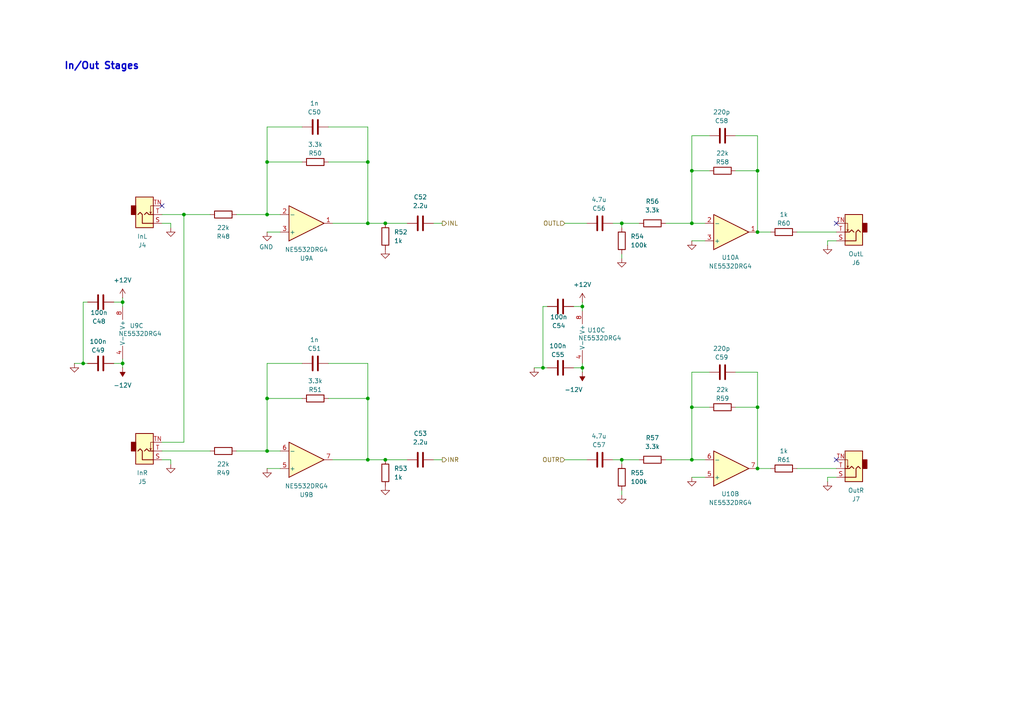
<source format=kicad_sch>
(kicad_sch (version 20250114) (generator "eeschema") (generator_version "9.0")
  (paper "A4")
  (lib_symbols
    (symbol "Amplifier_Operational:NE5532" (pin_names (offset 0.127))
      (property "Reference" "U" (at 0 5.08 0))
      (property "Value" "NE5532" (at 0 -5.08 0))
      (symbol "NE5532_1_1"
        (polyline (pts (xy -5.08 5.08) (xy 5.08 0) (xy -5.08 -5.08) (xy -5.08 5.08)) (stroke (width 0.254)) (fill (type background)))
        (pin input line (at -7.62 2.54 0) (length 2.54) (name "+") (number "3"))
        (pin input line (at -7.62 -2.54 0) (length 2.54) (name "-") (number "2"))
        (pin output line (at 7.62 0 180) (length 2.54) (name "~") (number "1"))
      )
      (symbol "NE5532_2_1"
        (polyline (pts (xy -5.08 5.08) (xy 5.08 0) (xy -5.08 -5.08) (xy -5.08 5.08)) (stroke (width 0.254)) (fill (type background)))
        (pin input line (at -7.62 2.54 0) (length 2.54) (name "+") (number "5"))
        (pin input line (at -7.62 -2.54 0) (length 2.54) (name "-") (number "6"))
        (pin output line (at 7.62 0 180) (length 2.54) (name "~") (number "7"))
      )
      (symbol "NE5532_3_1"
        (pin power_in line (at -2.54 7.62 270) (length 3.81) (name "V+") (number "8"))
        (pin power_in line (at -2.54 -7.62 90) (length 3.81) (name "V-") (number "4"))
      )
    )
    (symbol "Connector_Audio:AudioJack2_SwitchT"
      (property "Reference" "J" (at 0 8.89 0))
      (property "Value" "AudioJack2_SwitchT" (at 0 6.35 0))
      (symbol "AudioJack2_SwitchT_0_1"
        (rectangle (start -2.54 0) (end -3.81 -2.54) (stroke (width 0.254)) (fill (type outline)))
        (polyline (pts (xy 0 0) (xy 0.635 -0.635) (xy 1.27 0) (xy 2.54 0)) (stroke (width 0.254)))
        (polyline (pts (xy 1.778 -0.254) (xy 2.032 -0.762)))
        (rectangle (start 2.54 3.81) (end -2.54 -5.08) (stroke (width 0.254)) (fill (type background)))
        (polyline (pts (xy 2.54 2.54) (xy -0.635 2.54) (xy -0.635 0) (xy -1.27 -0.635) (xy -1.905 0)) (stroke (width 0.254)))
        (polyline (pts (xy 2.54 -2.54) (xy 1.778 -2.54) (xy 1.778 -0.254) (xy 1.524 -0.762)))
      )
      (symbol "AudioJack2_SwitchT_1_1"
        (pin passive line (at 5.08 2.54 180) (length 2.54) (name "~") (number "S"))
        (pin passive line (at 5.08 0 180) (length 2.54) (name "~") (number "T"))
        (pin passive line (at 5.08 -2.54 180) (length 2.54) (name "~") (number "TN"))
      )
    )
    (symbol "Device:C" (pin_numbers (hide yes)) (pin_names (offset 0.254))
      (property "Reference" "C" (at 0.635 2.54 0))
      (property "Value" "C" (at 0.635 -2.54 0))
      (symbol "C_0_1"
        (polyline (pts (xy -2.032 0.762) (xy 2.032 0.762)) (stroke (width 0.508)))
        (polyline (pts (xy -2.032 -0.762) (xy 2.032 -0.762)) (stroke (width 0.508)))
      )
      (symbol "C_1_1"
        (pin passive line (at 0 3.81 270) (length 2.794) (name "~") (number "1"))
        (pin passive line (at 0 -3.81 90) (length 2.794) (name "~") (number "2"))
      )
    )
    (symbol "Device:R" (pin_numbers (hide yes)) (pin_names (offset 0))
      (property "Reference" "R" (at 2.032 0 90))
      (property "Value" "R" (at 0 0 90))
      (symbol "R_0_1"
        (rectangle (start -1.016 -2.54) (end 1.016 2.54) (stroke (width 0.254)))
      )
      (symbol "R_1_1"
        (pin passive line (at 0 3.81 270) (length 1.27) (name "~") (number "1"))
        (pin passive line (at 0 -3.81 90) (length 1.27) (name "~") (number "2"))
      )
    )
    (symbol "power:+5V" (power) (pin_numbers (hide yes)) (pin_names (offset 0) (hide yes))
      (property "Value" "+5V" (at 0 3.556 0))
      (symbol "+5V_0_1"
        (polyline (pts (xy -0.762 1.27) (xy 0 2.54)))
        (polyline (pts (xy 0 2.54) (xy 0.762 1.27)))
        (polyline (pts (xy 0 0) (xy 0 2.54)))
      )
      (symbol "+5V_1_1"
        (pin power_in line (at 0 0 90) (length 0) (name "~") (number "1"))
      )
    )
    (symbol "power:-12V" (power) (pin_numbers (hide yes)) (pin_names (offset 0) (hide yes))
      (property "Value" "-12V" (at 0 3.556 0))
      (symbol "-12V_0_0"
        (pin power_in line (at 0 0 90) (length 0) (name "~") (number "1"))
      )
      (symbol "-12V_0_1"
        (polyline (pts (xy 0 0) (xy 0 1.27) (xy 0.762 1.27) (xy 0 2.54) (xy -0.762 1.27) (xy 0 1.27)) (fill (type outline)))
      )
    )
    (symbol "power:GND" (power) (pin_numbers (hide yes)) (pin_names (offset 0) (hide yes))
      (property "Value" "GND" (at 0 -3.81 0))
      (symbol "GND_0_1"
        (polyline (pts (xy 0 0) (xy 0 -1.27) (xy 1.27 -1.27) (xy 0 -2.54) (xy -1.27 -1.27) (xy 0 -1.27)))
      )
      (symbol "GND_1_1"
        (pin power_in line (at 0 0 270) (length 0) (name "~") (number "1"))
      )
    )
  )
  (text "In/Out Stages" (at 18.542 18.034 0) (effects (font (size 2 2) (thickness 0.4) (bold yes)) (justify left top)))
  (junction (at 168.91 106.68))
  (junction (at 200.66 64.77))
  (junction (at 106.68 64.77))
  (junction (at 219.71 135.89))
  (junction (at 219.71 67.31))
  (junction (at 200.66 133.35))
  (junction (at 24.13 105.41))
  (junction (at 200.66 118.11))
  (junction (at 53.34 62.23))
  (junction (at 106.68 46.99))
  (junction (at 77.47 62.23))
  (junction (at 35.56 87.63))
  (junction (at 200.66 49.53))
  (junction (at 35.56 105.41))
  (junction (at 180.34 64.77))
  (junction (at 77.47 115.57))
  (junction (at 106.68 115.57))
  (junction (at 111.76 64.77))
  (junction (at 180.34 133.35))
  (junction (at 157.48 106.68))
  (junction (at 168.91 88.9))
  (junction (at 77.47 46.99))
  (junction (at 111.76 133.35))
  (junction (at 219.71 49.53))
  (junction (at 77.47 130.81))
  (junction (at 219.71 118.11))
  (junction (at 106.68 133.35))
  (no_connect (at 242.57 133.35))
  (no_connect (at 46.99 59.69))
  (no_connect (at 242.57 64.77))
  (wire (pts (xy 87.63 36.83) (xy 77.47 36.83)))
  (wire (pts (xy 213.36 49.53) (xy 219.71 49.53)))
  (wire (pts (xy 193.04 133.35) (xy 200.66 133.35)))
  (wire (pts (xy 231.14 67.31) (xy 242.57 67.31)))
  (wire (pts (xy 33.02 105.41) (xy 35.56 105.41)))
  (wire (pts (xy 96.52 64.77) (xy 106.68 64.77)))
  (wire (pts (xy 21.59 105.41) (xy 24.13 105.41)))
  (wire (pts (xy 200.66 133.35) (xy 200.66 118.11)))
  (wire (pts (xy 200.66 107.95) (xy 200.66 118.11)))
  (wire (pts (xy 106.68 133.35) (xy 111.76 133.35)))
  (wire (pts (xy 242.57 69.85) (xy 240.03 69.85)))
  (wire (pts (xy 219.71 107.95) (xy 219.71 118.11)))
  (wire (pts (xy 219.71 118.11) (xy 219.71 135.89)))
  (wire (pts (xy 33.02 87.63) (xy 35.56 87.63)))
  (wire (pts (xy 157.48 88.9) (xy 158.75 88.9)))
  (wire (pts (xy 163.83 133.35) (xy 170.18 133.35)))
  (wire (pts (xy 200.66 138.43) (xy 204.47 138.43)))
  (wire (pts (xy 35.56 87.63) (xy 35.56 88.9)))
  (wire (pts (xy 154.94 106.68) (xy 157.48 106.68)))
  (wire (pts (xy 35.56 105.41) (xy 35.56 104.14)))
  (wire (pts (xy 125.73 64.77) (xy 128.27 64.77)))
  (wire (pts (xy 240.03 138.43) (xy 240.03 139.7)))
  (wire (pts (xy 219.71 49.53) (xy 219.71 67.31)))
  (wire (pts (xy 77.47 36.83) (xy 77.47 46.99)))
  (wire (pts (xy 213.36 107.95) (xy 219.71 107.95)))
  (wire (pts (xy 163.83 64.77) (xy 170.18 64.77)))
  (wire (pts (xy 106.68 115.57) (xy 106.68 133.35)))
  (wire (pts (xy 193.04 64.77) (xy 200.66 64.77)))
  (wire (pts (xy 200.66 69.85) (xy 204.47 69.85)))
  (wire (pts (xy 77.47 135.89) (xy 81.28 135.89)))
  (wire (pts (xy 111.76 64.77) (xy 118.11 64.77)))
  (wire (pts (xy 157.48 88.9) (xy 157.48 106.68)))
  (wire (pts (xy 200.66 133.35) (xy 204.47 133.35)))
  (wire (pts (xy 240.03 69.85) (xy 240.03 71.12)))
  (wire (pts (xy 68.58 62.23) (xy 77.47 62.23)))
  (wire (pts (xy 46.99 130.81) (xy 60.96 130.81)))
  (wire (pts (xy 242.57 138.43) (xy 240.03 138.43)))
  (wire (pts (xy 77.47 115.57) (xy 87.63 115.57)))
  (wire (pts (xy 168.91 106.68) (xy 168.91 105.41)))
  (wire (pts (xy 200.66 118.11) (xy 205.74 118.11)))
  (wire (pts (xy 24.13 87.63) (xy 25.4 87.63)))
  (wire (pts (xy 125.73 133.35) (xy 128.27 133.35)))
  (wire (pts (xy 77.47 130.81) (xy 77.47 115.57)))
  (wire (pts (xy 106.68 115.57) (xy 106.68 105.41)))
  (wire (pts (xy 35.56 106.68) (xy 35.56 105.41)))
  (wire (pts (xy 95.25 36.83) (xy 106.68 36.83)))
  (wire (pts (xy 77.47 105.41) (xy 77.47 115.57)))
  (wire (pts (xy 106.68 46.99) (xy 106.68 36.83)))
  (wire (pts (xy 219.71 135.89) (xy 223.52 135.89)))
  (wire (pts (xy 53.34 128.27) (xy 53.34 62.23)))
  (wire (pts (xy 95.25 46.99) (xy 106.68 46.99)))
  (wire (pts (xy 46.99 64.77) (xy 49.53 64.77)))
  (wire (pts (xy 77.47 62.23) (xy 81.28 62.23)))
  (wire (pts (xy 180.34 73.66) (xy 180.34 74.93)))
  (wire (pts (xy 166.37 106.68) (xy 168.91 106.68)))
  (wire (pts (xy 77.47 67.31) (xy 81.28 67.31)))
  (wire (pts (xy 200.66 49.53) (xy 205.74 49.53)))
  (wire (pts (xy 200.66 39.37) (xy 200.66 49.53)))
  (wire (pts (xy 46.99 128.27) (xy 53.34 128.27)))
  (wire (pts (xy 96.52 133.35) (xy 106.68 133.35)))
  (wire (pts (xy 68.58 130.81) (xy 77.47 130.81)))
  (wire (pts (xy 35.56 86.36) (xy 35.56 87.63)))
  (wire (pts (xy 106.68 46.99) (xy 106.68 64.77)))
  (wire (pts (xy 111.76 133.35) (xy 118.11 133.35)))
  (wire (pts (xy 46.99 62.23) (xy 53.34 62.23)))
  (wire (pts (xy 168.91 87.63) (xy 168.91 88.9)))
  (wire (pts (xy 53.34 62.23) (xy 60.96 62.23)))
  (wire (pts (xy 157.48 106.68) (xy 158.75 106.68)))
  (wire (pts (xy 213.36 118.11) (xy 219.71 118.11)))
  (wire (pts (xy 168.91 107.95) (xy 168.91 106.68)))
  (wire (pts (xy 205.74 39.37) (xy 200.66 39.37)))
  (wire (pts (xy 177.8 133.35) (xy 180.34 133.35)))
  (wire (pts (xy 77.47 62.23) (xy 77.47 46.99)))
  (wire (pts (xy 180.34 66.04) (xy 180.34 64.77)))
  (wire (pts (xy 46.99 133.35) (xy 49.53 133.35)))
  (wire (pts (xy 77.47 46.99) (xy 87.63 46.99)))
  (wire (pts (xy 200.66 64.77) (xy 204.47 64.77)))
  (wire (pts (xy 166.37 88.9) (xy 168.91 88.9)))
  (wire (pts (xy 95.25 115.57) (xy 106.68 115.57)))
  (wire (pts (xy 49.53 134.62) (xy 49.53 133.35)))
  (wire (pts (xy 87.63 105.41) (xy 77.47 105.41)))
  (wire (pts (xy 180.34 142.24) (xy 180.34 143.51)))
  (wire (pts (xy 24.13 87.63) (xy 24.13 105.41)))
  (wire (pts (xy 200.66 64.77) (xy 200.66 49.53)))
  (wire (pts (xy 219.71 67.31) (xy 223.52 67.31)))
  (wire (pts (xy 231.14 135.89) (xy 242.57 135.89)))
  (wire (pts (xy 168.91 88.9) (xy 168.91 90.17)))
  (wire (pts (xy 106.68 64.77) (xy 111.76 64.77)))
  (wire (pts (xy 219.71 39.37) (xy 219.71 49.53)))
  (wire (pts (xy 180.34 133.35) (xy 185.42 133.35)))
  (wire (pts (xy 205.74 107.95) (xy 200.66 107.95)))
  (wire (pts (xy 24.13 105.41) (xy 25.4 105.41)))
  (wire (pts (xy 213.36 39.37) (xy 219.71 39.37)))
  (wire (pts (xy 77.47 130.81) (xy 81.28 130.81)))
  (wire (pts (xy 49.53 66.04) (xy 49.53 64.77)))
  (wire (pts (xy 180.34 133.35) (xy 180.34 134.62)))
  (wire (pts (xy 180.34 64.77) (xy 185.42 64.77)))
  (wire (pts (xy 95.25 105.41) (xy 106.68 105.41)))
  (wire (pts (xy 177.8 64.77) (xy 180.34 64.77)))
  (hierarchical_label "OUTR" (shape input) (at 163.83 133.35 180))
  (hierarchical_label "INL" (shape output) (at 128.27 64.77 0))
  (hierarchical_label "INR" (shape output) (at 128.27 133.35 0))
  (hierarchical_label "OUTL" (shape input) (at 163.83 64.77 180))
  (symbol (lib_id "Device:C") (at 91.44 36.83 270) (mirror x) (unit 1)
    (property "Reference" "C50" (at 91.186 32.512 90))
    (property "Value" "1n" (at 91.186 29.972 90))
    (property "Footprint" "Capacitor_SMD:C_0603_1608Metric" (effects (hide yes)))
    (property "Description" "Unpolarized capacitor" (effects (hide yes)))
    (property "Manufacturer_Name" "Walsin" (effects (hide yes)))
    (property "Manufacturer_Part_Number" "0603N102J100CT " (effects (hide yes)))
    (property "Mouser Part Number" " 791-0603N102J100CT " (effects (hide yes)))
  )
  (symbol (lib_id "Device:C") (at 29.21 87.63 270) (mirror x) (unit 1)
    (property "Reference" "C48" (at 28.702 93.218 90))
    (property "Value" "100n" (at 28.702 90.678 90))
    (property "Footprint" "Capacitor_SMD:C_0603_1608Metric" (effects (hide yes)))
    (property "Description" "Unpolarized capacitor" (effects (hide yes)))
    (property "Manufacturer_Name" "KYOCERA AVX " (effects (hide yes)))
    (property "Manufacturer_Part_Number" "KAF15BR72A104KT" (effects (hide yes)))
    (property "Mouser Part Number" "581-KAF15BR72A104KT" (effects (hide yes)))
  )
  (symbol (lib_id "Device:R") (at 91.44 46.99 90) (mirror x) (unit 1)
    (property "Reference" "R50" (at 91.44 44.45 90))
    (property "Value" "3.3k" (at 91.44 41.91 90))
    (property "Footprint" "Resistor_SMD:R_0603_1608Metric_Pad0.98x0.95mm_HandSolder" (effects (hide yes)))
    (property "Description" "Resistor" (effects (hide yes)))
    (property "Manufacturer_Name" "YAGEO" (effects (hide yes)))
    (property "Manufacturer_Part_Number" "RC0603FR-073K3P" (effects (hide yes)))
    (property "Mouser Part Number" "603-RC0603FR-073K3P" (effects (hide yes)))
  )
  (symbol (lib_id "Device:C") (at 121.92 133.35 90) (mirror x) (unit 1)
    (property "Reference" "C53" (at 121.92 125.73 90))
    (property "Value" "2.2u" (at 121.92 128.27 90))
    (property "Footprint" "Capacitor_SMD:CP_Elec_4x5.4" (effects (hide yes)))
    (property "Description" "Unpolarized capacitor" (effects (hide yes)))
    (property "Manufacturer_Name" "Panasonic" (effects (hide yes)))
    (property "Manufacturer_Part_Number" "EEE-1VA2R2NR" (effects (hide yes)))
    (property "Mouser Part Number" " 667-EEE-1VA2R2NR " (effects (hide yes)))
  )
  (symbol (lib_id "Device:R") (at 209.55 118.11 90) (mirror x) (unit 1)
    (property "Reference" "R59" (at 209.55 115.57 90))
    (property "Value" "22k" (at 209.55 113.03 90))
    (property "Footprint" "Resistor_SMD:R_0603_1608Metric_Pad0.98x0.95mm_HandSolder" (effects (hide yes)))
    (property "Description" "Resistor" (effects (hide yes)))
    (property "Manufacturer_Name" " YAGEO " (effects (hide yes)))
    (property "Manufacturer_Part_Number" "RT0603FRE1322KL" (effects (hide yes)))
    (property "Mouser Part Number" "603-RT0603FRE1322KL" (effects (hide yes)))
  )
  (symbol (lib_id "Device:R") (at 91.44 115.57 90) (mirror x) (unit 1)
    (property "Reference" "R51" (at 91.44 113.03 90))
    (property "Value" "3.3k" (at 91.44 110.49 90))
    (property "Footprint" "Resistor_SMD:R_0603_1608Metric_Pad0.98x0.95mm_HandSolder" (effects (hide yes)))
    (property "Description" "Resistor" (effects (hide yes)))
    (property "Manufacturer_Name" "YAGEO" (effects (hide yes)))
    (property "Manufacturer_Part_Number" "RC0603FR-073K3P" (effects (hide yes)))
    (property "Mouser Part Number" "603-RC0603FR-073K3P" (effects (hide yes)))
  )
  (symbol (lib_id "Device:C") (at 29.21 105.41 270) (mirror x) (unit 1)
    (property "Reference" "C49" (at 28.448 101.6 90))
    (property "Value" "100n" (at 28.448 99.06 90))
    (property "Footprint" "Capacitor_SMD:C_0603_1608Metric" (effects (hide yes)))
    (property "Description" "Unpolarized capacitor" (effects (hide yes)))
    (property "Manufacturer_Name" "KYOCERA AVX " (effects (hide yes)))
    (property "Manufacturer_Part_Number" "KAF15BR72A104KT" (effects (hide yes)))
    (property "Mouser Part Number" "581-KAF15BR72A104KT" (effects (hide yes)))
  )
  (symbol (lib_id "Device:R") (at 180.34 69.85 180) (unit 1)
    (property "Reference" "R54" (at 182.88 68.5799 0) (effects (justify right)))
    (property "Value" "100k" (at 182.88 71.1199 0) (effects (justify right)))
    (property "Footprint" "Resistor_SMD:R_0603_1608Metric_Pad0.98x0.95mm_HandSolder" (effects (hide yes)))
    (property "Description" "Resistor" (effects (hide yes)))
    (property "Manufacturer_Name" "YAGEO" (effects (hide yes)))
    (property "Manufacturer_Part_Number" "RT0603FRE07100KL" (effects (hide yes)))
    (property "Mouser Part Number" "603-RT0603FRE07100KL" (effects (hide yes)))
  )
  (symbol (lib_id "Device:R") (at 111.76 68.58 0) (unit 1)
    (property "Reference" "R52" (at 114.3 67.3099 0) (effects (justify left)))
    (property "Value" "1k" (at 114.3 69.8499 0) (effects (justify left)))
    (property "Footprint" "Resistor_SMD:R_0603_1608Metric_Pad0.98x0.95mm_HandSolder" (effects (hide yes)))
    (property "Description" "Resistor" (effects (hide yes)))
    (property "Manufacturer_Name" "YAGEO" (effects (hide yes)))
    (property "Manufacturer_Part_Number" "RT0603FRE071KL" (effects (hide yes)))
    (property "Mouser Part Number" "603-RT0603FRE071KL" (effects (hide yes)))
  )
  (symbol (lib_id "Device:C") (at 91.44 105.41 270) (mirror x) (unit 1)
    (property "Reference" "C51" (at 91.186 101.092 90))
    (property "Value" "1n" (at 91.186 98.552 90))
    (property "Footprint" "Capacitor_SMD:C_0603_1608Metric" (effects (hide yes)))
    (property "Description" "Unpolarized capacitor" (effects (hide yes)))
    (property "Manufacturer_Name" "Walsin" (effects (hide yes)))
    (property "Manufacturer_Part_Number" "0603N102J100CT " (effects (hide yes)))
    (property "Mouser Part Number" " 791-0603N102J100CT " (effects (hide yes)))
  )
  (symbol (lib_id "power:GND") (at 49.53 134.62 0) (unit 1)
    (property "Reference" "#PWR072" (effects (hide yes)))
    (property "Value" "GND" (effects (hide yes)))
    (property "Description" "Power symbol creates a global label with name \"GND\" , ground" (effects (hide yes)))
  )
  (symbol (lib_id "power:GND") (at 154.94 106.68 0) (unit 1) (in_bom no) (on_board no)
    (property "Reference" "#PWR077" (effects (hide yes)))
    (property "Value" "GND" (effects (hide yes)))
    (property "Description" "Power symbol creates a global label with name \"GND\" , ground" (effects (hide yes)))
  )
  (symbol (lib_id "Connector_Audio:AudioJack2_SwitchT") (at 247.65 67.31 180) (unit 1)
    (property "Reference" "J6" (at 248.285 76.2 0))
    (property "Value" "OutL" (at 248.285 73.66 0))
    (property "Footprint" "AudioJacks:Jack_3.5mm_QingPu_WQP-PJ398SM_Vertical" (effects (hide yes)))
    (property "Description" "Audio Jack, 2 Poles (Mono / TS), Switched T Pole (Normalling)" (effects (hide yes)))
  )
  (symbol (lib_id "Device:C") (at 162.56 106.68 270) (mirror x) (unit 1)
    (property "Reference" "C55" (at 161.798 102.87 90))
    (property "Value" "100n" (at 161.798 100.33 90))
    (property "Footprint" "Capacitor_SMD:C_0603_1608Metric" (effects (hide yes)))
    (property "Description" "Unpolarized capacitor" (effects (hide yes)))
    (property "Manufacturer_Name" "KYOCERA AVX " (effects (hide yes)))
    (property "Manufacturer_Part_Number" "KAF15BR72A104KT" (effects (hide yes)))
    (property "Mouser Part Number" "581-KAF15BR72A104KT" (effects (hide yes)))
  )
  (symbol (lib_id "power:GND") (at 111.76 140.97 0) (unit 1)
    (property "Reference" "#PWR076" (effects (hide yes)))
    (property "Value" "GND" (effects (hide yes)))
    (property "Description" "Power symbol creates a global label with name \"GND\" , ground" (effects (hide yes)))
  )
  (symbol (lib_id "Amplifier_Operational:NE5532") (at 88.9 133.35 0) (mirror x) (unit 2) (exclude_from_sim yes)
    (property "Reference" "U9" (at 88.9 143.51 0))
    (property "Value" "NE5532DRG4" (at 88.9 140.97 0))
    (property "Footprint" "Eurorack:NE5532DRG4" (effects (hide yes)))
    (property "Datasheet" "http://www.ti.com/lit/ds/symlink/ne5532.pdf" (effects (hide yes)))
    (property "Description" "Dual Low-Noise Operational Amplifiers, DIP-8/SOIC-8" (effects (hide yes)))
    (property "Sim.Pins" "1=in+ 2=in- 3=vcc 4=vee 5=out" (effects (hide yes)))
    (property "Sim.Device" "SUBCKT " (effects (hide yes)))
    (property "Sim.Library" "${KICAD7_SYMBOL_DIR}/Simulation_SPICE.sp" (effects (hide yes)))
    (property "Sim.name" "kicad_builtin_opamp" (effects (hide yes)))
    (property "Manufacturer_Name" "Texas Instruments" (effects (hide yes)))
    (property "Manufacturer_Part_Number" "NE5532DRG4" (effects (hide yes)))
    (property "Mouser Part Number" "595-NE5532DRG4" (effects (hide yes)))
  )
  (symbol (lib_id "Connector_Audio:AudioJack2_SwitchT") (at 41.91 62.23 0) (mirror x) (unit 1)
    (property "Reference" "J4" (at 41.275 71.12 0))
    (property "Value" "InL" (at 41.275 68.58 0))
    (property "Footprint" "AudioJacks:Jack_3.5mm_QingPu_WQP-PJ398SM_Vertical" (effects (hide yes)))
    (property "Description" "Audio Jack, 2 Poles (Mono / TS), Switched T Pole (Normalling)" (effects (hide yes)))
  )
  (symbol (lib_id "Device:R") (at 209.55 49.53 90) (mirror x) (unit 1)
    (property "Reference" "R58" (at 209.55 46.99 90))
    (property "Value" "22k" (at 209.55 44.45 90))
    (property "Footprint" "Resistor_SMD:R_0603_1608Metric_Pad0.98x0.95mm_HandSolder" (effects (hide yes)))
    (property "Description" "Resistor" (effects (hide yes)))
    (property "Manufacturer_Name" " YAGEO " (effects (hide yes)))
    (property "Manufacturer_Part_Number" "RT0603FRE1322KL" (effects (hide yes)))
    (property "Mouser Part Number" "603-RT0603FRE1322KL" (effects (hide yes)))
  )
  (symbol (lib_id "Amplifier_Operational:NE5532") (at 88.9 64.77 0) (mirror x) (unit 1) (exclude_from_sim yes)
    (property "Reference" "U9" (at 88.9 74.93 0))
    (property "Value" "NE5532DRG4" (at 88.9 72.39 0))
    (property "Footprint" "Eurorack:NE5532DRG4" (effects (hide yes)))
    (property "Datasheet" "http://www.ti.com/lit/ds/symlink/ne5532.pdf" (effects (hide yes)))
    (property "Description" "Dual Low-Noise Operational Amplifiers, DIP-8/SOIC-8" (effects (hide yes)))
    (property "Sim.Pins" "1=in+ 2=in- 3=vcc 4=vee 5=out" (effects (hide yes)))
    (property "Sim.Device" "SUBCKT " (effects (hide yes)))
    (property "Sim.Library" "${KICAD7_SYMBOL_DIR}/Simulation_SPICE.sp" (effects (hide yes)))
    (property "Sim.name" "kicad_builtin_opamp" (effects (hide yes)))
    (property "Manufacturer_Name" "Texas Instruments" (effects (hide yes)))
    (property "Manufacturer_Part_Number" "NE5532DRG4" (effects (hide yes)))
    (property "Mouser Part Number" "595-NE5532DRG4" (effects (hide yes)))
  )
  (symbol (lib_id "power:GND") (at 77.47 67.31 0) (mirror y) (unit 1)
    (property "Reference" "#PWR073" (effects (hide yes)))
    (property "Value" "GND" (at 77.216 71.628 0))
    (property "Description" "Power symbol creates a global label with name \"GND\" , ground" (effects (hide yes)))
  )
  (symbol (lib_id "Device:C") (at 121.92 64.77 90) (mirror x) (unit 1)
    (property "Reference" "C52" (at 121.92 57.15 90))
    (property "Value" "2.2u" (at 121.92 59.69 90))
    (property "Footprint" "Capacitor_SMD:CP_Elec_4x5.4" (effects (hide yes)))
    (property "Description" "Unpolarized capacitor" (effects (hide yes)))
    (property "Manufacturer_Name" "Panasonic" (effects (hide yes)))
    (property "Manufacturer_Part_Number" "EEE-1VA2R2NR" (effects (hide yes)))
    (property "Mouser Part Number" " 667-EEE-1VA2R2NR " (effects (hide yes)))
  )
  (symbol (lib_id "Device:C") (at 162.56 88.9 270) (mirror x) (unit 1)
    (property "Reference" "C54" (at 162.052 94.488 90))
    (property "Value" "100n" (at 162.052 91.948 90))
    (property "Footprint" "Capacitor_SMD:C_0603_1608Metric" (effects (hide yes)))
    (property "Description" "Unpolarized capacitor" (effects (hide yes)))
    (property "Manufacturer_Name" "KYOCERA AVX " (effects (hide yes)))
    (property "Manufacturer_Part_Number" "KAF15BR72A104KT" (effects (hide yes)))
    (property "Mouser Part Number" "581-KAF15BR72A104KT" (effects (hide yes)))
  )
  (symbol (lib_id "power:-12V") (at 168.91 107.95 180) (unit 1)
    (property "Reference" "#PWR079" (effects (hide yes)))
    (property "Value" "-12V" (at 166.37 113.03 0))
    (property "Description" "Power symbol creates a global label with name \"-12V\"" (effects (hide yes)))
  )
  (symbol (lib_id "Device:C") (at 209.55 107.95 270) (mirror x) (unit 1)
    (property "Reference" "C59" (at 209.296 103.632 90))
    (property "Value" "220p" (at 209.296 101.092 90))
    (property "Footprint" "Capacitor_SMD:C_0603_1608Metric" (effects (hide yes)))
    (property "Description" "Unpolarized capacitor" (effects (hide yes)))
    (property "Manufacturer_Name" " YAGEO " (effects (hide yes)))
    (property "Manufacturer_Part_Number" "CC0603JRNPO7BN221 " (effects (hide yes)))
    (property "Mouser Part Number" "603-CC0603JR7BN221" (effects (hide yes)))
  )
  (symbol (lib_id "power:+5V") (at 35.56 86.36 0) (unit 1)
    (property "Reference" "#PWR069" (effects (hide yes)))
    (property "Value" "+12V" (at 35.56 81.28 0))
    (property "Description" "Power symbol creates a global label with name \"+5V\"" (effects (hide yes)))
  )
  (symbol (lib_id "power:GND") (at 180.34 74.93 0) (unit 1) (in_bom no) (on_board no)
    (property "Reference" "#PWR080" (effects (hide yes)))
    (property "Value" "GND" (effects (hide yes)))
    (property "Description" "Power symbol creates a global label with name \"GND\" , ground" (effects (hide yes)))
  )
  (symbol (lib_id "Device:R") (at 111.76 137.16 0) (unit 1)
    (property "Reference" "R53" (at 114.3 135.8899 0) (effects (justify left)))
    (property "Value" "1k" (at 114.3 138.4299 0) (effects (justify left)))
    (property "Footprint" "Resistor_SMD:R_0603_1608Metric_Pad0.98x0.95mm_HandSolder" (effects (hide yes)))
    (property "Description" "Resistor" (effects (hide yes)))
    (property "Manufacturer_Name" "YAGEO" (effects (hide yes)))
    (property "Manufacturer_Part_Number" "RT0603FRE071KL" (effects (hide yes)))
    (property "Mouser Part Number" "603-RT0603FRE071KL" (effects (hide yes)))
  )
  (symbol (lib_id "power:GND") (at 200.66 138.43 0) (mirror y) (unit 1) (in_bom no) (on_board no)
    (property "Reference" "#PWR083" (effects (hide yes)))
    (property "Value" "GND" (effects (hide yes)))
    (property "Description" "Power symbol creates a global label with name \"GND\" , ground" (effects (hide yes)))
  )
  (symbol (lib_id "Device:C") (at 173.99 64.77 270) (mirror x) (unit 1)
    (property "Reference" "C56" (at 173.736 60.452 90))
    (property "Value" "4.7u" (at 173.736 57.912 90))
    (property "Footprint" "Capacitor_SMD:CP_Elec_4x5.4" (effects (hide yes)))
    (property "Description" "Unpolarized capacitor" (effects (hide yes)))
    (property "Manufacturer_Name" "Nichicon" (effects (hide yes)))
    (property "Manufacturer_Part_Number" "UWP1C4R7MCL1GB" (effects (hide yes)))
    (property "Mouser Part Number" "647-UWP1C4R7MCL" (effects (hide yes)))
  )
  (symbol (lib_id "Device:R") (at 64.77 62.23 90) (mirror x) (unit 1)
    (property "Reference" "R48" (at 64.77 68.58 90))
    (property "Value" "22k" (at 64.77 66.04 90))
    (property "Footprint" "Resistor_SMD:R_0603_1608Metric_Pad0.98x0.95mm_HandSolder" (effects (hide yes)))
    (property "Description" "Resistor" (effects (hide yes)))
    (property "Manufacturer_Name" " YAGEO " (effects (hide yes)))
    (property "Manufacturer_Part_Number" "RT0603FRE1322KL" (effects (hide yes)))
    (property "Mouser Part Number" "603-RT0603FRE1322KL" (effects (hide yes)))
  )
  (symbol (lib_id "Connector_Audio:AudioJack2_SwitchT") (at 247.65 135.89 180) (unit 1)
    (property "Reference" "J7" (at 248.285 144.78 0))
    (property "Value" "OutR" (at 248.285 142.24 0))
    (property "Footprint" "AudioJacks:Jack_3.5mm_QingPu_WQP-PJ398SM_Vertical" (effects (hide yes)))
    (property "Description" "Audio Jack, 2 Poles (Mono / TS), Switched T Pole (Normalling)" (effects (hide yes)))
  )
  (symbol (lib_id "power:GND") (at 200.66 69.85 0) (mirror y) (unit 1) (in_bom no) (on_board no)
    (property "Reference" "#PWR082" (effects (hide yes)))
    (property "Value" "GND" (effects (hide yes)))
    (property "Description" "Power symbol creates a global label with name \"GND\" , ground" (effects (hide yes)))
  )
  (symbol (lib_id "Amplifier_Operational:NE5532") (at 171.45 97.79 0) (unit 3) (exclude_from_sim yes)
    (property "Reference" "U10" (at 172.974 95.758 0))
    (property "Value" "NE5532DRG4" (at 173.99 98.044 0))
    (property "Footprint" "Eurorack:NE5532DRG4" (effects (hide yes)))
    (property "Datasheet" "http://www.ti.com/lit/ds/symlink/ne5532.pdf" (effects (hide yes)))
    (property "Description" "Dual Low-Noise Operational Amplifiers, DIP-8/SOIC-8" (effects (hide yes)))
    (property "Sim.Pins" "1=in+ 2=in- 3=vcc 4=vee 5=out" (effects (hide yes)))
    (property "Sim.Device" "SUBCKT " (effects (hide yes)))
    (property "Sim.Library" "${KICAD7_SYMBOL_DIR}/Simulation_SPICE.sp" (effects (hide yes)))
    (property "Sim.name" "kicad_builtin_opamp" (effects (hide yes)))
    (property "Manufacturer_Name" "Texas Instruments" (effects (hide yes)))
    (property "Manufacturer_Part_Number" "NE5532DRG4" (effects (hide yes)))
    (property "Mouser Part Number" "595-NE5532DRG4" (effects (hide yes)))
  )
  (symbol (lib_id "power:+5V") (at 168.91 87.63 0) (unit 1)
    (property "Reference" "#PWR078" (effects (hide yes)))
    (property "Value" "+12V" (at 168.91 82.55 0))
    (property "Description" "Power symbol creates a global label with name \"+5V\"" (effects (hide yes)))
  )
  (symbol (lib_id "Device:R") (at 227.33 135.89 90) (mirror x) (unit 1)
    (property "Reference" "R61" (at 227.33 133.35 90))
    (property "Value" "1k" (at 227.33 130.81 90))
    (property "Footprint" "Resistor_SMD:R_0603_1608Metric_Pad0.98x0.95mm_HandSolder" (effects (hide yes)))
    (property "Description" "Resistor" (effects (hide yes)))
    (property "Manufacturer_Name" "YAGEO" (effects (hide yes)))
    (property "Manufacturer_Part_Number" "RT0603FRE071KL" (effects (hide yes)))
    (property "Mouser Part Number" "603-RT0603FRE071KL" (effects (hide yes)))
  )
  (symbol (lib_id "Device:R") (at 180.34 138.43 180) (unit 1)
    (property "Reference" "R55" (at 182.88 137.1599 0) (effects (justify right)))
    (property "Value" "100k" (at 182.88 139.6999 0) (effects (justify right)))
    (property "Footprint" "Resistor_SMD:R_0603_1608Metric_Pad0.98x0.95mm_HandSolder" (effects (hide yes)))
    (property "Description" "Resistor" (effects (hide yes)))
    (property "Manufacturer_Name" "YAGEO" (effects (hide yes)))
    (property "Manufacturer_Part_Number" "RT0603FRE07100KL" (effects (hide yes)))
    (property "Mouser Part Number" "603-RT0603FRE07100KL" (effects (hide yes)))
  )
  (symbol (lib_id "Connector_Audio:AudioJack2_SwitchT") (at 41.91 130.81 0) (mirror x) (unit 1)
    (property "Reference" "J5" (at 41.275 139.7 0))
    (property "Value" "InR" (at 41.275 137.16 0))
    (property "Footprint" "AudioJacks:Jack_3.5mm_QingPu_WQP-PJ398SM_Vertical" (effects (hide yes)))
    (property "Description" "Audio Jack, 2 Poles (Mono / TS), Switched T Pole (Normalling)" (effects (hide yes)))
  )
  (symbol (lib_id "Amplifier_Operational:NE5532") (at 212.09 67.31 0) (mirror x) (unit 1) (exclude_from_sim yes)
    (property "Reference" "U10" (at 211.836 74.676 0))
    (property "Value" "NE5532DRG4" (at 211.836 77.216 0))
    (property "Footprint" "Eurorack:NE5532DRG4" (effects (hide yes)))
    (property "Datasheet" "http://www.ti.com/lit/ds/symlink/ne5532.pdf" (effects (hide yes)))
    (property "Description" "Dual Low-Noise Operational Amplifiers, DIP-8/SOIC-8" (effects (hide yes)))
    (property "Sim.Pins" "1=in+ 2=in- 3=vcc 4=vee 5=out" (effects (hide yes)))
    (property "Sim.Device" "SUBCKT " (effects (hide yes)))
    (property "Sim.Library" "${KICAD7_SYMBOL_DIR}/Simulation_SPICE.sp" (effects (hide yes)))
    (property "Sim.name" "kicad_builtin_opamp" (effects (hide yes)))
    (property "Manufacturer_Name" "Texas Instruments" (effects (hide yes)))
    (property "Manufacturer_Part_Number" "NE5532DRG4" (effects (hide yes)))
    (property "Mouser Part Number" "595-NE5532DRG4" (effects (hide yes)))
  )
  (symbol (lib_id "Device:R") (at 64.77 130.81 90) (mirror x) (unit 1)
    (property "Reference" "R49" (at 64.77 137.16 90))
    (property "Value" "22k" (at 64.77 134.62 90))
    (property "Footprint" "Resistor_SMD:R_0603_1608Metric_Pad0.98x0.95mm_HandSolder" (effects (hide yes)))
    (property "Description" "Resistor" (effects (hide yes)))
    (property "Manufacturer_Name" " YAGEO " (effects (hide yes)))
    (property "Manufacturer_Part_Number" "RT0603FRE1322KL" (effects (hide yes)))
    (property "Mouser Part Number" "603-RT0603FRE1322KL" (effects (hide yes)))
  )
  (symbol (lib_id "power:GND") (at 49.53 66.04 0) (unit 1)
    (property "Reference" "#PWR071" (effects (hide yes)))
    (property "Value" "GND" (effects (hide yes)))
    (property "Description" "Power symbol creates a global label with name \"GND\" , ground" (effects (hide yes)))
  )
  (symbol (lib_id "Device:R") (at 227.33 67.31 90) (mirror x) (unit 1)
    (property "Reference" "R60" (at 227.33 64.77 90))
    (property "Value" "1k" (at 227.33 62.23 90))
    (property "Footprint" "Resistor_SMD:R_0603_1608Metric_Pad0.98x0.95mm_HandSolder" (effects (hide yes)))
    (property "Description" "Resistor" (effects (hide yes)))
    (property "Manufacturer_Name" "YAGEO" (effects (hide yes)))
    (property "Manufacturer_Part_Number" "RT0603FRE071KL" (effects (hide yes)))
    (property "Mouser Part Number" "603-RT0603FRE071KL" (effects (hide yes)))
  )
  (symbol (lib_id "Device:C") (at 209.55 39.37 270) (mirror x) (unit 1)
    (property "Reference" "C58" (at 209.296 35.052 90))
    (property "Value" "220p" (at 209.296 32.512 90))
    (property "Footprint" "Capacitor_SMD:C_0603_1608Metric" (effects (hide yes)))
    (property "Description" "Unpolarized capacitor" (effects (hide yes)))
    (property "Manufacturer_Name" " YAGEO " (effects (hide yes)))
    (property "Manufacturer_Part_Number" "CC0603JRNPO7BN221 " (effects (hide yes)))
    (property "Mouser Part Number" "603-CC0603JR7BN221" (effects (hide yes)))
  )
  (symbol (lib_id "power:GND") (at 240.03 139.7 0) (mirror y) (unit 1)
    (property "Reference" "#PWR085" (effects (hide yes)))
    (property "Value" "GND" (effects (hide yes)))
    (property "Description" "Power symbol creates a global label with name \"GND\" , ground" (effects (hide yes)))
  )
  (symbol (lib_id "power:GND") (at 180.34 143.51 0) (unit 1) (in_bom no) (on_board no)
    (property "Reference" "#PWR081" (effects (hide yes)))
    (property "Value" "GND" (effects (hide yes)))
    (property "Description" "Power symbol creates a global label with name \"GND\" , ground" (effects (hide yes)))
  )
  (symbol (lib_id "Device:C") (at 173.99 133.35 270) (mirror x) (unit 1)
    (property "Reference" "C57" (at 173.736 129.032 90))
    (property "Value" "4.7u" (at 173.736 126.492 90))
    (property "Footprint" "Capacitor_SMD:CP_Elec_4x5.4" (effects (hide yes)))
    (property "Description" "Unpolarized capacitor" (effects (hide yes)))
    (property "Manufacturer_Name" "Nichicon" (effects (hide yes)))
    (property "Manufacturer_Part_Number" "UWP1C4R7MCL1GB" (effects (hide yes)))
    (property "Mouser Part Number" "647-UWP1C4R7MCL" (effects (hide yes)))
  )
  (symbol (lib_id "power:-12V") (at 35.56 106.68 180) (unit 1)
    (property "Reference" "#PWR070" (effects (hide yes)))
    (property "Value" "-12V" (at 35.56 111.76 0))
    (property "Description" "Power symbol creates a global label with name \"-12V\"" (effects (hide yes)))
  )
  (symbol (lib_id "Device:R") (at 189.23 133.35 90) (mirror x) (unit 1)
    (property "Reference" "R57" (at 189.23 127 90))
    (property "Value" "3.3k" (at 189.23 129.54 90))
    (property "Footprint" "Resistor_SMD:R_0603_1608Metric_Pad0.98x0.95mm_HandSolder" (effects (hide yes)))
    (property "Description" "Resistor" (effects (hide yes)))
    (property "Manufacturer_Name" "YAGEO" (effects (hide yes)))
    (property "Manufacturer_Part_Number" "RC0603FR-073K3P" (effects (hide yes)))
    (property "Mouser Part Number" "603-RC0603FR-073K3P" (effects (hide yes)))
  )
  (symbol (lib_id "Amplifier_Operational:NE5532") (at 38.1 96.52 0) (unit 3) (exclude_from_sim yes)
    (property "Reference" "U9" (at 39.624 94.488 0))
    (property "Value" "NE5532DRG4" (at 40.64 96.774 0))
    (property "Footprint" "Eurorack:NE5532DRG4" (effects (hide yes)))
    (property "Datasheet" "http://www.ti.com/lit/ds/symlink/ne5532.pdf" (effects (hide yes)))
    (property "Description" "Dual Low-Noise Operational Amplifiers, DIP-8/SOIC-8" (effects (hide yes)))
    (property "Sim.Pins" "1=in+ 2=in- 3=vcc 4=vee 5=out" (effects (hide yes)))
    (property "Sim.Device" "SUBCKT " (effects (hide yes)))
    (property "Sim.Library" "${KICAD7_SYMBOL_DIR}/Simulation_SPICE.sp" (effects (hide yes)))
    (property "Sim.name" "kicad_builtin_opamp" (effects (hide yes)))
    (property "Manufacturer_Name" "Texas Instruments" (effects (hide yes)))
    (property "Manufacturer_Part_Number" "NE5532DRG4" (effects (hide yes)))
    (property "Mouser Part Number" "595-NE5532DRG4" (effects (hide yes)))
  )
  (symbol (lib_id "power:GND") (at 240.03 71.12 0) (mirror y) (unit 1)
    (property "Reference" "#PWR084" (effects (hide yes)))
    (property "Value" "GND" (effects (hide yes)))
    (property "Description" "Power symbol creates a global label with name \"GND\" , ground" (effects (hide yes)))
  )
  (symbol (lib_id "power:GND") (at 77.47 135.89 0) (mirror y) (unit 1)
    (property "Reference" "#PWR074" (effects (hide yes)))
    (property "Value" "GND" (effects (hide yes)))
    (property "Description" "Power symbol creates a global label with name \"GND\" , ground" (effects (hide yes)))
  )
  (symbol (lib_id "Amplifier_Operational:NE5532") (at 212.09 135.89 0) (mirror x) (unit 2) (exclude_from_sim yes)
    (property "Reference" "U10" (at 211.836 143.256 0))
    (property "Value" "NE5532DRG4" (at 211.836 145.796 0))
    (property "Footprint" "Eurorack:NE5532DRG4" (effects (hide yes)))
    (property "Datasheet" "http://www.ti.com/lit/ds/symlink/ne5532.pdf" (effects (hide yes)))
    (property "Description" "Dual Low-Noise Operational Amplifiers, DIP-8/SOIC-8" (effects (hide yes)))
    (property "Sim.Pins" "1=in+ 2=in- 3=vcc 4=vee 5=out" (effects (hide yes)))
    (property "Sim.Device" "SUBCKT " (effects (hide yes)))
    (property "Sim.Library" "${KICAD7_SYMBOL_DIR}/Simulation_SPICE.sp" (effects (hide yes)))
    (property "Sim.name" "kicad_builtin_opamp" (effects (hide yes)))
    (property "Manufacturer_Name" "Texas Instruments" (effects (hide yes)))
    (property "Manufacturer_Part_Number" "NE5532DRG4" (effects (hide yes)))
    (property "Mouser Part Number" "595-NE5532DRG4" (effects (hide yes)))
  )
  (symbol (lib_id "Device:R") (at 189.23 64.77 90) (mirror x) (unit 1)
    (property "Reference" "R56" (at 189.23 58.42 90))
    (property "Value" "3.3k" (at 189.23 60.96 90))
    (property "Footprint" "Resistor_SMD:R_0603_1608Metric_Pad0.98x0.95mm_HandSolder" (effects (hide yes)))
    (property "Description" "Resistor" (effects (hide yes)))
    (property "Manufacturer_Name" "YAGEO" (effects (hide yes)))
    (property "Manufacturer_Part_Number" "RC0603FR-073K3P" (effects (hide yes)))
    (property "Mouser Part Number" "603-RC0603FR-073K3P" (effects (hide yes)))
  )
  (symbol (lib_id "power:GND") (at 21.59 105.41 0) (unit 1) (in_bom no) (on_board no)
    (property "Reference" "#PWR068" (effects (hide yes)))
    (property "Value" "GND" (effects (hide yes)))
    (property "Description" "Power symbol creates a global label with name \"GND\" , ground" (effects (hide yes)))
  )
  (symbol (lib_id "power:GND") (at 111.76 72.39 0) (unit 1)
    (property "Reference" "#PWR075" (effects (hide yes)))
    (property "Value" "GND" (effects (hide yes)))
    (property "Description" "Power symbol creates a global label with name \"GND\" , ground" (effects (hide yes)))
  )
)
</source>
